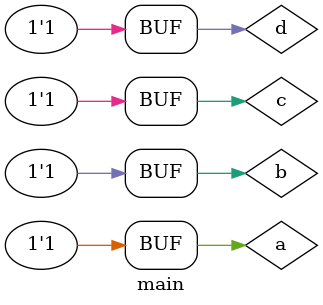
<source format=v>
module main;

wire	a;
reg	b;
reg	c;
reg	d;

assign a = b ? c : d;

initial begin
`ifndef VPI
	$dumpfile( "cond2.vcd" );
	$dumpvars( 0, main );
`endif
	b = 1'b1;
	c = 1'b0;
	d = 1'b1;
	#5;
	c = 1'b1;
	#5;
end

endmodule

</source>
